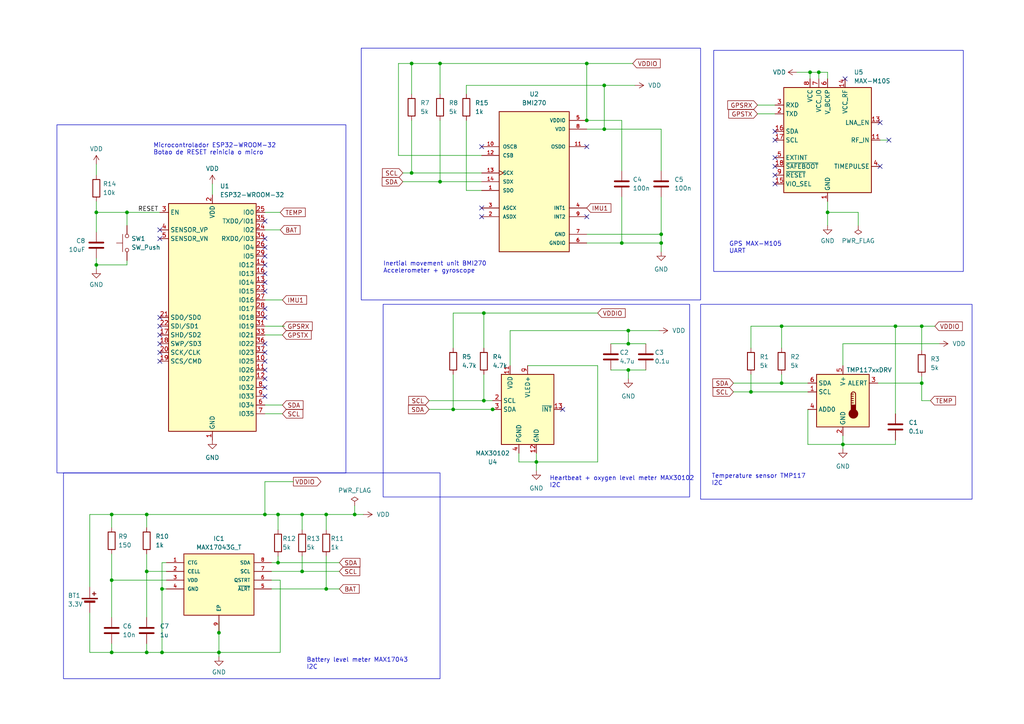
<source format=kicad_sch>
(kicad_sch (version 20230121) (generator eeschema)
  (paper "A4")
  (title_block (title "AUssistente - Projeto Final EA075-2023.2") (date "2023-12-04") (rev "1") (company "FEEC - Unicamp") (comment 1 "Vinicius Peixoto (245294)") (comment 2 "Betania Rodrigues (167508)"))
  (lib_symbols
    (symbol "BMI270:BMI270" (pin_names (offset 1.016))
      (property "Reference" "U" (at -10.16 21.082 0))
      (property "Value" "BMI270" (at -10.16 -22.86 0))
      (symbol "BMI270_0_0"
        (rectangle (start -10.16 -20.32) (end 10.16 20.32) (stroke (width 0.254)) (fill (type background)))
        (pin bidirectional line (at -15.24 -2.54 0) (length 5.08) (name "SDO") (number "1"))
        (pin input line (at -15.24 10.16 0) (length 5.08) (name "OSCB") (number "10"))
        (pin output line (at 15.24 10.16 180) (length 5.08) (name "OSDO") (number "11"))
        (pin input line (at -15.24 7.62 0) (length 5.08) (name "CSB") (number "12"))
        (pin input clock (at -15.24 2.54 0) (length 5.08) (name "SCX") (number "13"))
        (pin bidirectional line (at -15.24 0 0) (length 5.08) (name "SDX") (number "14"))
        (pin bidirectional line (at -15.24 -10.16 0) (length 5.08) (name "ASDX") (number "2"))
        (pin bidirectional line (at -15.24 -7.62 0) (length 5.08) (name "ASCX") (number "3"))
        (pin bidirectional line (at 15.24 -7.62 180) (length 5.08) (name "INT1") (number "4"))
        (pin power_in line (at 15.24 17.78 180) (length 5.08) (name "VDDIO") (number "5"))
        (pin power_in line (at 15.24 -17.78 180) (length 5.08) (name "GNDIO") (number "6"))
        (pin power_in line (at 15.24 -15.24 180) (length 5.08) (name "GND") (number "7"))
        (pin power_in line (at 15.24 15.24 180) (length 5.08) (name "VDD") (number "8"))
        (pin bidirectional line (at 15.24 -10.16 180) (length 5.08) (name "INT2") (number "9"))
      )
    )
    (symbol "Device:Battery_Cell" (pin_numbers hide) (pin_names (offset 0) hide)
      (property "Reference" "BT" (at 2.54 2.54 0))
      (property "Value" "Battery_Cell" (at 2.54 0 0))
      (symbol "Battery_Cell_0_1"
        (rectangle (start -2.286 1.778) (end 2.286 1.524) (fill (type outline)))
        (rectangle (start -1.524 1.016) (end 1.524 0.508) (fill (type outline)))
        (polyline (pts (xy 0 0.762) (xy 0 0)))
        (polyline (pts (xy 0 1.778) (xy 0 2.54)))
        (polyline (pts (xy 0.762 3.048) (xy 1.778 3.048)) (stroke (width 0.254)))
        (polyline (pts (xy 1.27 3.556) (xy 1.27 2.54)) (stroke (width 0.254)))
      )
      (symbol "Battery_Cell_1_1"
        (pin passive line (at 0 5.08 270) (length 2.54) (name "+") (number "1"))
        (pin passive line (at 0 -2.54 90) (length 2.54) (name "-") (number "2"))
      )
    )
    (symbol "Device:C" (pin_numbers hide) (pin_names (offset 0.254))
      (property "Reference" "C" (at 0.635 2.54 0))
      (property "Value" "C" (at 0.635 -2.54 0))
      (symbol "C_0_1"
        (polyline (pts (xy -2.032 -0.762) (xy 2.032 -0.762)) (stroke (width 0.508)))
        (polyline (pts (xy -2.032 0.762) (xy 2.032 0.762)) (stroke (width 0.508)))
      )
      (symbol "C_1_1"
        (pin passive line (at 0 3.81 270) (length 2.794) (name "~") (number "1"))
        (pin passive line (at 0 -3.81 90) (length 2.794) (name "~") (number "2"))
      )
    )
    (symbol "Device:R" (pin_numbers hide) (pin_names (offset 0))
      (property "Reference" "R" (at 2.032 0 90))
      (property "Value" "R" (at 0 0 90))
      (symbol "R_0_1"
        (rectangle (start -1.016 -2.54) (end 1.016 2.54) (stroke (width 0.254)))
      )
      (symbol "R_1_1"
        (pin passive line (at 0 3.81 270) (length 1.27) (name "~") (number "1"))
        (pin passive line (at 0 -3.81 90) (length 1.27) (name "~") (number "2"))
      )
    )
    (symbol "MAX17043G_T:MAX17043G_T" (pin_names (offset 1.016))
      (property "Reference" "IC" (at 26.67 7.62 0))
      (property "Value" "MAX17043G_T" (at 26.67 5.08 0))
      (symbol "MAX17043G_T_0_0"
        (rectangle (start 5.08 -15.24) (end 25.4 2.54) (stroke (width 0.254)) (fill (type background)))
        (pin bidirectional line (at 0 0 0) (length 5.08) (name "CTG") (number "1"))
        (pin bidirectional line (at 0 -2.54 0) (length 5.08) (name "CELL") (number "2"))
        (pin bidirectional line (at 0 -5.08 0) (length 5.08) (name "VDD") (number "3"))
        (pin bidirectional line (at 0 -7.62 0) (length 5.08) (name "GND") (number "4"))
        (pin bidirectional line (at 30.48 -7.62 180) (length 5.08) (name "~{ALRT}") (number "5"))
        (pin bidirectional line (at 30.48 -5.08 180) (length 5.08) (name "QSTRT") (number "6"))
        (pin bidirectional line (at 30.48 -2.54 180) (length 5.08) (name "SCL") (number "7"))
        (pin bidirectional line (at 30.48 0 180) (length 5.08) (name "SDA") (number "8"))
        (pin bidirectional line (at 15.24 -20.32 90) (length 5.08) (name "EP") (number "9"))
      )
    )
    (symbol "RF_GPS:MAX-M10S"
      (property "Reference" "U" (at -10.16 16.51 0))
      (property "Value" "MAX-M10S" (at 11.43 16.51 0))
      (symbol "MAX-M10S_0_1"
        (rectangle (start 12.7 15.24) (end -12.7 -15.24) (stroke (width 0.254)) (fill (type background)))
      )
      (symbol "MAX-M10S_1_1"
        (pin power_in line (at 0 -17.78 90) (length 2.54) (name "GND") (number "1"))
        (pin passive line (at 0 -17.78 90) (length 2.54) hide (name "GND") (number "10"))
        (pin input line (at 15.24 0 180) (length 2.54) (name "RF_IN") (number "11"))
        (pin passive line (at 0 -17.78 90) (length 2.54) hide (name "GND") (number "12"))
        (pin output line (at 15.24 5.08 180) (length 2.54) (name "LNA_EN") (number "13"))
        (pin power_out line (at 5.08 17.78 270) (length 2.54) (name "VCC_RF") (number "14"))
        (pin input line (at -15.24 -12.7 0) (length 2.54) (name "VIO_SEL") (number "15"))
        (pin bidirectional line (at -15.24 2.54 0) (length 2.54) (name "SDA") (number "16"))
        (pin input line (at -15.24 0 0) (length 2.54) (name "SCL") (number "17"))
        (pin input line (at -15.24 -7.62 0) (length 2.54) (name "~{SAFEBOOT}") (number "18"))
        (pin output line (at -15.24 7.62 0) (length 2.54) (name "TXD") (number "2"))
        (pin input line (at -15.24 10.16 0) (length 2.54) (name "RXD") (number "3"))
        (pin output line (at 15.24 -7.62 180) (length 2.54) (name "TIMEPULSE") (number "4"))
        (pin input line (at -15.24 -5.08 0) (length 2.54) (name "EXTINT") (number "5"))
        (pin power_in line (at 0 17.78 270) (length 2.54) (name "V_BCKP") (number "6"))
        (pin power_in line (at -2.54 17.78 270) (length 2.54) (name "VCC_IO") (number "7"))
        (pin power_in line (at -5.08 17.78 270) (length 2.54) (name "VCC") (number "8"))
        (pin input line (at -15.24 -10.16 0) (length 2.54) (name "~{RESET}") (number "9"))
      )
    )
    (symbol "RF_Module:ESP32-WROOM-32"
      (property "Reference" "U" (at -12.7 34.29 0))
      (property "Value" "ESP32-WROOM-32" (at 1.27 34.29 0))
      (symbol "ESP32-WROOM-32_0_1"
        (rectangle (start -12.7 33.02) (end 12.7 -33.02) (stroke (width 0.254)) (fill (type background)))
      )
      (symbol "ESP32-WROOM-32_1_1"
        (pin power_in line (at 0 -35.56 90) (length 2.54) (name "GND") (number "1"))
        (pin bidirectional line (at 15.24 -12.7 180) (length 2.54) (name "IO25") (number "10"))
        (pin bidirectional line (at 15.24 -15.24 180) (length 2.54) (name "IO26") (number "11"))
        (pin bidirectional line (at 15.24 -17.78 180) (length 2.54) (name "IO27") (number "12"))
        (pin bidirectional line (at 15.24 10.16 180) (length 2.54) (name "IO14") (number "13"))
        (pin bidirectional line (at 15.24 15.24 180) (length 2.54) (name "IO12") (number "14"))
        (pin passive line (at 0 -35.56 90) (length 2.54) hide (name "GND") (number "15"))
        (pin bidirectional line (at 15.24 12.7 180) (length 2.54) (name "IO13") (number "16"))
        (pin bidirectional line (at -15.24 -5.08 0) (length 2.54) (name "SHD/SD2") (number "17"))
        (pin bidirectional line (at -15.24 -7.62 0) (length 2.54) (name "SWP/SD3") (number "18"))
        (pin bidirectional line (at -15.24 -12.7 0) (length 2.54) (name "SCS/CMD") (number "19"))
        (pin power_in line (at 0 35.56 270) (length 2.54) (name "VDD") (number "2"))
        (pin bidirectional line (at -15.24 -10.16 0) (length 2.54) (name "SCK/CLK") (number "20"))
        (pin bidirectional line (at -15.24 0 0) (length 2.54) (name "SDO/SD0") (number "21"))
        (pin bidirectional line (at -15.24 -2.54 0) (length 2.54) (name "SDI/SD1") (number "22"))
        (pin bidirectional line (at 15.24 7.62 180) (length 2.54) (name "IO15") (number "23"))
        (pin bidirectional line (at 15.24 25.4 180) (length 2.54) (name "IO2") (number "24"))
        (pin bidirectional line (at 15.24 30.48 180) (length 2.54) (name "IO0") (number "25"))
        (pin bidirectional line (at 15.24 20.32 180) (length 2.54) (name "IO4") (number "26"))
        (pin bidirectional line (at 15.24 5.08 180) (length 2.54) (name "IO16") (number "27"))
        (pin bidirectional line (at 15.24 2.54 180) (length 2.54) (name "IO17") (number "28"))
        (pin bidirectional line (at 15.24 17.78 180) (length 2.54) (name "IO5") (number "29"))
        (pin input line (at -15.24 30.48 0) (length 2.54) (name "EN") (number "3"))
        (pin bidirectional line (at 15.24 0 180) (length 2.54) (name "IO18") (number "30"))
        (pin bidirectional line (at 15.24 -2.54 180) (length 2.54) (name "IO19") (number "31"))
        (pin no_connect line (at -12.7 -27.94 0) (length 2.54) hide (name "NC") (number "32"))
        (pin bidirectional line (at 15.24 -5.08 180) (length 2.54) (name "IO21") (number "33"))
        (pin bidirectional line (at 15.24 22.86 180) (length 2.54) (name "RXD0/IO3") (number "34"))
        (pin bidirectional line (at 15.24 27.94 180) (length 2.54) (name "TXD0/IO1") (number "35"))
        (pin bidirectional line (at 15.24 -7.62 180) (length 2.54) (name "IO22") (number "36"))
        (pin bidirectional line (at 15.24 -10.16 180) (length 2.54) (name "IO23") (number "37"))
        (pin passive line (at 0 -35.56 90) (length 2.54) hide (name "GND") (number "38"))
        (pin passive line (at 0 -35.56 90) (length 2.54) hide (name "GND") (number "39"))
        (pin input line (at -15.24 25.4 0) (length 2.54) (name "SENSOR_VP") (number "4"))
        (pin input line (at -15.24 22.86 0) (length 2.54) (name "SENSOR_VN") (number "5"))
        (pin input line (at 15.24 -25.4 180) (length 2.54) (name "IO34") (number "6"))
        (pin input line (at 15.24 -27.94 180) (length 2.54) (name "IO35") (number "7"))
        (pin bidirectional line (at 15.24 -20.32 180) (length 2.54) (name "IO32") (number "8"))
        (pin bidirectional line (at 15.24 -22.86 180) (length 2.54) (name "IO33") (number "9"))
      )
    )
    (symbol "Sensor:MAX30102"
      (property "Reference" "U" (at 7.62 15.24 0))
      (property "Value" "MAX30102" (at 7.62 12.7 0))
      (symbol "MAX30102_0_1"
        (rectangle (start -7.62 10.16) (end 7.62 -10.16) (stroke (width 0.254)) (fill (type background)))
      )
      (symbol "MAX30102_1_1"
        (pin no_connect line (at -7.62 5.08 0) (length 2.54) hide (name "NC") (number "1"))
        (pin passive line (at 0 12.7 270) (length 2.54) hide (name "VLED+") (number "10"))
        (pin power_in line (at -5.08 12.7 270) (length 2.54) (name "VDD") (number "11"))
        (pin power_in line (at 2.54 -12.7 90) (length 2.54) (name "GND") (number "12"))
        (pin output line (at 10.16 0 180) (length 2.54) (name "~{INT}") (number "13"))
        (pin no_connect line (at 7.62 2.54 180) (length 2.54) hide (name "NC") (number "14"))
        (pin input line (at -10.16 2.54 0) (length 2.54) (name "SCL") (number "2"))
        (pin bidirectional line (at -10.16 0 0) (length 2.54) (name "SDA") (number "3"))
        (pin power_in line (at -2.54 -12.7 90) (length 2.54) (name "PGND") (number "4"))
        (pin no_connect line (at 7.62 -7.62 180) (length 2.54) hide (name "NC") (number "5"))
        (pin no_connect line (at 7.62 -5.08 180) (length 2.54) hide (name "NC") (number "6"))
        (pin no_connect line (at -7.62 -2.54 0) (length 2.54) hide (name "NC") (number "7"))
        (pin no_connect line (at 7.62 5.08 180) (length 2.54) hide (name "NC") (number "8"))
        (pin power_in line (at 0 12.7 270) (length 2.54) (name "VLED+") (number "9"))
      )
    )
    (symbol "Sensor_Temperature:TMP117xxDRV"
      (property "Reference" "U" (at -2.54 10.795 0))
      (property "Value" "TMP117xxDRV" (at -2.54 8.89 0))
      (symbol "TMP117xxDRV_0_1"
        (rectangle (start -7.62 7.62) (end 7.62 -7.62) (stroke (width 0.254)) (fill (type background)))
      )
      (symbol "TMP117xxDRV_1_1"
        (polyline (pts (xy 2.413 -0.635) (xy 3.048 -0.635)) (stroke (width 0.254)))
        (polyline (pts (xy 2.413 0) (xy 3.048 0)) (stroke (width 0.254)))
        (polyline (pts (xy 2.413 0.635) (xy 3.048 0.635)) (stroke (width 0.254)))
        (polyline (pts (xy 2.413 1.27) (xy 3.048 1.27)) (stroke (width 0.254)))
        (polyline (pts (xy 2.413 1.905) (xy 2.413 -1.27)) (stroke (width 0.254)))
        (polyline (pts (xy 2.413 1.905) (xy 3.048 1.905)) (stroke (width 0.254)))
        (polyline (pts (xy 3.683 1.905) (xy 3.683 -1.27)) (stroke (width 0.254)))
        (circle (center 3.048 -3.81) (radius 1.27) (stroke (width 0.254)) (fill (type outline)))
        (rectangle (start 3.683 -3.175) (end 2.413 -1.27) (stroke (width 0.254)) (fill (type outline)))
        (arc (start 3.683 1.905) (mid 3.048 2.5373) (end 2.413 1.905) (stroke (width 0.254)))
        (pin input line (at -10.16 2.54 0) (length 2.54) (name "SCL") (number "1"))
        (pin power_in line (at 0 -10.16 90) (length 2.54) (name "GND") (number "2"))
        (pin open_collector line (at 10.16 5.08 180) (length 2.54) (name "ALERT") (number "3"))
        (pin input line (at -10.16 -2.54 0) (length 2.54) (name "ADD0") (number "4"))
        (pin power_in line (at 0 10.16 270) (length 2.54) (name "V+") (number "5"))
        (pin bidirectional line (at -10.16 5.08 0) (length 2.54) (name "SDA") (number "6"))
      )
    )
    (symbol "Switch:SW_Push" (pin_numbers hide) (pin_names (offset 1.016) hide)
      (property "Reference" "SW" (at 1.27 2.54 0))
      (property "Value" "SW_Push" (at 0 -1.524 0))
      (symbol "SW_Push_0_1"
        (circle (center -2.032 0) (radius 0.508))
        (polyline (pts (xy 0 1.27) (xy 0 3.048)))
        (polyline (pts (xy 2.54 1.27) (xy -2.54 1.27)))
        (circle (center 2.032 0) (radius 0.508))
        (pin passive line (at -5.08 0 0) (length 2.54) (name "1") (number "1"))
        (pin passive line (at 5.08 0 180) (length 2.54) (name "2") (number "2"))
      )
    )
    (symbol "power:GND" (power) (pin_names (offset 0))
      (property "Value" "GND" (at 0 -3.81 0))
      (symbol "GND_0_1"
        (polyline (pts (xy 0 0) (xy 0 -1.27) (xy 1.27 -1.27) (xy 0 -2.54) (xy -1.27 -1.27) (xy 0 -1.27)))
      )
      (symbol "GND_1_1"
        (pin power_in line (at 0 0 270) (length 0) hide (name "GND") (number "1"))
      )
    )
    (symbol "power:PWR_FLAG" (power) (pin_numbers hide) (pin_names (offset 0) hide)
      (property "Value" "PWR_FLAG" (at 0 3.81 0))
      (symbol "PWR_FLAG_0_0"
        (pin power_out line (at 0 0 90) (length 0) (name "pwr") (number "1"))
      )
      (symbol "PWR_FLAG_0_1"
        (polyline (pts (xy 0 0) (xy 0 1.27) (xy -1.016 1.905) (xy 0 2.54) (xy 1.016 1.905) (xy 0 1.27)))
      )
    )
    (symbol "power:VDD" (power) (pin_names (offset 0))
      (property "Value" "VDD" (at 0 3.81 0))
      (symbol "VDD_0_1"
        (polyline (pts (xy -0.762 1.27) (xy 0 2.54)))
        (polyline (pts (xy 0 0) (xy 0 2.54)))
        (polyline (pts (xy 0 2.54) (xy 0.762 1.27)))
      )
      (symbol "VDD_1_1"
        (pin power_in line (at 0 0 90) (length 0) hide (name "VDD") (number "1"))
      )
    )
  )
  (junction (at 155.575 133.985))
  (junction (at 234.95 20.955))
  (junction (at 175.26 37.465))
  (junction (at 180.34 70.485))
  (junction (at 46.99 170.815))
  (junction (at 63.5 183.515))
  (junction (at 259.715 94.615))
  (junction (at 244.475 128.905))
  (junction (at 240.03 61.595))
  (junction (at 191.77 67.945))
  (junction (at 217.805 113.665))
  (junction (at 140.335 116.205))
  (junction (at 63.5 189.23))
  (junction (at 87.63 165.735))
  (junction (at 127.635 52.705))
  (junction (at 94.615 170.815))
  (junction (at 27.94 76.835))
  (junction (at 32.385 189.23))
  (junction (at 175.26 24.765))
  (junction (at 127.635 18.415))
  (junction (at 131.445 118.745))
  (junction (at 36.83 61.595))
  (junction (at 46.99 189.23))
  (junction (at 42.545 149.225))
  (junction (at 237.49 20.955))
  (junction (at 182.245 107.315))
  (junction (at 267.335 94.615))
  (junction (at 191.77 70.485))
  (junction (at 32.385 149.225))
  (junction (at 94.615 149.225))
  (junction (at 170.18 34.925))
  (junction (at 32.385 168.275))
  (junction (at 119.38 50.165))
  (junction (at 80.645 149.225))
  (junction (at 27.94 61.595))
  (junction (at 267.335 111.125))
  (junction (at 42.545 189.23))
  (junction (at 42.545 165.735))
  (junction (at 87.63 149.225))
  (junction (at 226.695 94.615))
  (junction (at 102.87 149.225))
  (junction (at 182.245 99.695))
  (junction (at 142.875 118.745))
  (junction (at 170.18 18.415))
  (junction (at 182.245 95.885))
  (junction (at 140.335 90.805))
  (junction (at 76.835 149.225))
  (junction (at 119.38 18.415))
  (junction (at 80.645 163.195))
  (junction (at 226.695 111.125))
  (no_connect (at 76.835 92.075))
  (no_connect (at 76.835 107.315))
  (no_connect (at 76.835 64.135))
  (no_connect (at 224.79 50.8))
  (no_connect (at 46.355 92.075))
  (no_connect (at 245.11 22.86))
  (no_connect (at 76.835 99.695))
  (no_connect (at 139.7 42.545))
  (no_connect (at 170.18 62.865))
  (no_connect (at 76.835 112.395))
  (no_connect (at 46.355 94.615))
  (no_connect (at 76.835 81.915))
  (no_connect (at 46.355 69.215))
  (no_connect (at 255.27 35.56))
  (no_connect (at 76.835 114.935))
  (no_connect (at 76.835 89.535))
  (no_connect (at 139.7 62.865))
  (no_connect (at 224.79 45.72))
  (no_connect (at 46.355 99.695))
  (no_connect (at 170.18 42.545))
  (no_connect (at 76.835 71.755))
  (no_connect (at 76.835 79.375))
  (no_connect (at 163.195 118.745))
  (no_connect (at 224.79 40.64))
  (no_connect (at 257.81 40.64))
  (no_connect (at 46.355 104.775))
  (no_connect (at 76.835 76.835))
  (no_connect (at 139.7 60.325))
  (no_connect (at 76.835 84.455))
  (no_connect (at 76.835 69.215))
  (no_connect (at 224.79 53.34))
  (no_connect (at 46.355 97.155))
  (no_connect (at 255.27 48.26))
  (no_connect (at 76.835 104.775))
  (no_connect (at 46.355 66.675))
  (no_connect (at 224.79 38.1))
  (no_connect (at 76.835 74.295))
  (no_connect (at 224.79 48.26))
  (no_connect (at 46.355 102.235))
  (no_connect (at 76.835 109.855))
  (no_connect (at 76.835 102.235))
  (wire (pts (xy 212.725 113.665) (xy 217.805 113.665)))
  (wire (pts (xy 170.18 37.465) (xy 175.26 37.465)))
  (wire (pts (xy 42.545 160.655) (xy 42.545 165.735)))
  (wire (pts (xy 259.715 127.635) (xy 259.715 128.905)))
  (wire (pts (xy 127.635 18.415) (xy 127.635 27.305)))
  (wire (pts (xy 115.57 45.085) (xy 115.57 18.415)))
  (wire (pts (xy 175.26 24.765) (xy 135.255 24.765)))
  (wire (pts (xy 124.46 118.745) (xy 131.445 118.745)))
  (wire (pts (xy 80.645 149.225) (xy 80.645 153.67)))
  (wire (pts (xy 78.74 168.275) (xy 81.28 168.275)))
  (wire (pts (xy 175.26 37.465) (xy 191.77 37.465)))
  (wire (pts (xy 217.805 108.585) (xy 217.805 113.665)))
  (wire (pts (xy 191.77 57.15) (xy 191.77 67.945)))
  (wire (pts (xy 135.255 34.925) (xy 135.255 55.245)))
  (wire (pts (xy 135.255 24.765) (xy 135.255 27.305)))
  (wire (pts (xy 94.615 149.225) (xy 102.87 149.225)))
  (wire (pts (xy 48.26 163.195) (xy 46.99 163.195)))
  (wire (pts (xy 27.94 47.625) (xy 27.94 50.8)))
  (wire (pts (xy 182.245 99.695) (xy 187.325 99.695)))
  (wire (pts (xy 76.835 94.615) (xy 82.55 94.615)))
  (wire (pts (xy 76.835 120.015) (xy 81.915 120.015)))
  (wire (pts (xy 170.18 18.415) (xy 183.515 18.415)))
  (wire (pts (xy 78.74 165.735) (xy 87.63 165.735)))
  (wire (pts (xy 27.94 74.93) (xy 27.94 76.835)))
  (wire (pts (xy 170.18 70.485) (xy 180.34 70.485)))
  (wire (pts (xy 237.49 20.955) (xy 237.49 22.86)))
  (wire (pts (xy 32.385 168.275) (xy 32.385 179.07)))
  (wire (pts (xy 36.83 61.595) (xy 36.83 65.405)))
  (wire (pts (xy 219.71 30.48) (xy 224.79 30.48)))
  (wire (pts (xy 259.715 94.615) (xy 259.715 120.015)))
  (wire (pts (xy 127.635 18.415) (xy 170.18 18.415)))
  (wire (pts (xy 182.245 95.885) (xy 147.955 95.885)))
  (wire (pts (xy 87.63 149.225) (xy 87.63 153.67)))
  (wire (pts (xy 234.95 20.955) (xy 237.49 20.955)))
  (wire (pts (xy 248.92 61.595) (xy 248.92 65.405)))
  (wire (pts (xy 267.335 111.125) (xy 267.335 116.205)))
  (wire (pts (xy 131.445 90.805) (xy 140.335 90.805)))
  (wire (pts (xy 271.145 94.615) (xy 267.335 94.615)))
  (wire (pts (xy 76.835 117.475) (xy 81.915 117.475)))
  (wire (pts (xy 155.575 131.445) (xy 155.575 133.985)))
  (wire (pts (xy 131.445 108.585) (xy 131.445 118.745)))
  (wire (pts (xy 259.715 128.905) (xy 244.475 128.905)))
  (wire (pts (xy 27.94 61.595) (xy 36.83 61.595)))
  (wire (pts (xy 102.87 146.685) (xy 102.87 149.225)))
  (wire (pts (xy 153.035 106.045) (xy 173.355 106.045)))
  (wire (pts (xy 191.77 70.485) (xy 191.77 73.025)))
  (wire (pts (xy 76.835 61.595) (xy 81.28 61.595)))
  (wire (pts (xy 234.315 128.905) (xy 244.475 128.905)))
  (wire (pts (xy 212.725 111.125) (xy 226.695 111.125)))
  (wire (pts (xy 147.955 95.885) (xy 147.955 106.045)))
  (wire (pts (xy 226.695 111.125) (xy 234.315 111.125)))
  (wire (pts (xy 80.645 163.195) (xy 98.425 163.195)))
  (wire (pts (xy 61.595 53.34) (xy 61.595 56.515)))
  (wire (pts (xy 184.15 24.765) (xy 175.26 24.765)))
  (wire (pts (xy 36.83 75.565) (xy 36.83 76.835)))
  (wire (pts (xy 119.38 50.165) (xy 119.38 34.925)))
  (wire (pts (xy 226.695 94.615) (xy 226.695 100.965)))
  (wire (pts (xy 78.74 163.195) (xy 80.645 163.195)))
  (wire (pts (xy 182.245 107.315) (xy 187.325 107.315)))
  (wire (pts (xy 140.335 90.805) (xy 140.335 100.965)))
  (wire (pts (xy 48.26 168.275) (xy 32.385 168.275)))
  (wire (pts (xy 36.83 61.595) (xy 46.355 61.595)))
  (wire (pts (xy 36.83 76.835) (xy 27.94 76.835)))
  (wire (pts (xy 135.255 55.245) (xy 139.7 55.245)))
  (wire (pts (xy 81.28 168.275) (xy 81.28 189.23)))
  (wire (pts (xy 191.77 37.465) (xy 191.77 49.53)))
  (wire (pts (xy 177.165 107.315) (xy 182.245 107.315)))
  (wire (pts (xy 26.035 177.8) (xy 26.035 189.23)))
  (wire (pts (xy 231.14 20.955) (xy 234.95 20.955)))
  (wire (pts (xy 217.805 113.665) (xy 234.315 113.665)))
  (wire (pts (xy 240.03 22.86) (xy 240.03 20.955)))
  (wire (pts (xy 180.34 70.485) (xy 191.77 70.485)))
  (wire (pts (xy 131.445 90.805) (xy 131.445 100.965)))
  (wire (pts (xy 127.635 52.705) (xy 139.7 52.705)))
  (wire (pts (xy 32.385 149.225) (xy 42.545 149.225)))
  (wire (pts (xy 87.63 165.735) (xy 87.63 161.29)))
  (wire (pts (xy 226.695 108.585) (xy 226.695 111.125)))
  (wire (pts (xy 42.545 189.23) (xy 46.99 189.23)))
  (wire (pts (xy 170.18 34.925) (xy 180.34 34.925)))
  (wire (pts (xy 240.03 58.42) (xy 240.03 61.595)))
  (wire (pts (xy 76.835 149.225) (xy 80.645 149.225)))
  (wire (pts (xy 46.99 189.23) (xy 63.5 189.23)))
  (wire (pts (xy 240.03 20.955) (xy 237.49 20.955)))
  (wire (pts (xy 226.695 94.615) (xy 217.805 94.615)))
  (wire (pts (xy 48.26 165.735) (xy 42.545 165.735)))
  (wire (pts (xy 32.385 149.225) (xy 32.385 153.035)))
  (wire (pts (xy 180.34 34.925) (xy 180.34 49.53)))
  (wire (pts (xy 244.475 128.905) (xy 244.475 126.365)))
  (wire (pts (xy 170.18 67.945) (xy 191.77 67.945)))
  (wire (pts (xy 182.245 95.885) (xy 182.245 99.695)))
  (wire (pts (xy 119.38 18.415) (xy 119.38 27.305)))
  (wire (pts (xy 76.835 86.995) (xy 81.915 86.995)))
  (wire (pts (xy 27.94 76.835) (xy 27.94 78.105)))
  (wire (pts (xy 116.84 52.705) (xy 127.635 52.705)))
  (wire (pts (xy 140.335 90.805) (xy 173.355 90.805)))
  (wire (pts (xy 32.385 168.275) (xy 32.385 160.655)))
  (wire (pts (xy 115.57 18.415) (xy 119.38 18.415)))
  (wire (pts (xy 143.51 118.745) (xy 142.875 118.745)))
  (wire (pts (xy 46.99 163.195) (xy 46.99 170.815)))
  (wire (pts (xy 94.615 170.815) (xy 98.425 170.815)))
  (wire (pts (xy 26.035 189.23) (xy 32.385 189.23)))
  (wire (pts (xy 26.035 149.225) (xy 32.385 149.225)))
  (wire (pts (xy 102.87 149.225) (xy 105.41 149.225)))
  (wire (pts (xy 63.5 183.515) (xy 63.5 189.23)))
  (wire (pts (xy 226.695 94.615) (xy 259.715 94.615)))
  (wire (pts (xy 26.035 149.225) (xy 26.035 170.18)))
  (wire (pts (xy 76.835 66.675) (xy 81.28 66.675)))
  (wire (pts (xy 244.475 130.175) (xy 244.475 128.905)))
  (wire (pts (xy 177.165 99.695) (xy 182.245 99.695)))
  (wire (pts (xy 116.84 50.165) (xy 119.38 50.165)))
  (wire (pts (xy 80.645 149.225) (xy 87.63 149.225)))
  (wire (pts (xy 63.5 180.34) (xy 63.5 183.515)))
  (wire (pts (xy 46.99 170.815) (xy 46.99 189.23)))
  (wire (pts (xy 240.03 61.595) (xy 240.03 65.405)))
  (wire (pts (xy 219.71 33.02) (xy 224.79 33.02)))
  (wire (pts (xy 191.77 67.945) (xy 191.77 70.485)))
  (wire (pts (xy 140.335 116.205) (xy 142.875 116.205)))
  (wire (pts (xy 173.355 106.045) (xy 173.355 133.985)))
  (wire (pts (xy 234.95 20.955) (xy 234.95 22.86)))
  (wire (pts (xy 32.385 189.23) (xy 42.545 189.23)))
  (wire (pts (xy 124.46 116.205) (xy 140.335 116.205)))
  (wire (pts (xy 272.415 99.695) (xy 244.475 99.695)))
  (wire (pts (xy 78.74 170.815) (xy 94.615 170.815)))
  (wire (pts (xy 150.495 133.985) (xy 155.575 133.985)))
  (wire (pts (xy 119.38 50.165) (xy 139.7 50.165)))
  (wire (pts (xy 170.18 18.415) (xy 170.18 34.925)))
  (wire (pts (xy 155.575 133.985) (xy 155.575 136.525)))
  (wire (pts (xy 94.615 170.815) (xy 94.615 161.29)))
  (wire (pts (xy 94.615 149.225) (xy 94.615 153.67)))
  (wire (pts (xy 27.94 61.595) (xy 27.94 67.31)))
  (wire (pts (xy 80.645 163.195) (xy 80.645 161.29)))
  (wire (pts (xy 175.26 37.465) (xy 175.26 24.765)))
  (wire (pts (xy 27.94 58.42) (xy 27.94 61.595)))
  (wire (pts (xy 267.335 94.615) (xy 267.335 101.6)))
  (wire (pts (xy 42.545 149.225) (xy 76.835 149.225)))
  (wire (pts (xy 259.715 94.615) (xy 267.335 94.615)))
  (wire (pts (xy 140.335 108.585) (xy 140.335 116.205)))
  (wire (pts (xy 42.545 149.225) (xy 42.545 153.035)))
  (wire (pts (xy 76.835 139.7) (xy 76.835 149.225)))
  (wire (pts (xy 139.7 45.085) (xy 115.57 45.085)))
  (wire (pts (xy 234.315 118.745) (xy 234.315 128.905)))
  (wire (pts (xy 87.63 149.225) (xy 94.615 149.225)))
  (wire (pts (xy 42.545 186.69) (xy 42.545 189.23)))
  (wire (pts (xy 63.5 189.23) (xy 81.28 189.23)))
  (wire (pts (xy 182.245 95.885) (xy 191.135 95.885)))
  (wire (pts (xy 150.495 131.445) (xy 150.495 133.985)))
  (wire (pts (xy 63.5 190.5) (xy 63.5 189.23)))
  (wire (pts (xy 76.835 97.155) (xy 81.915 97.155)))
  (wire (pts (xy 85.09 139.7) (xy 76.835 139.7)))
  (wire (pts (xy 255.27 40.64) (xy 257.81 40.64)))
  (wire (pts (xy 267.335 116.205) (xy 269.875 116.205)))
  (wire (pts (xy 244.475 99.695) (xy 244.475 106.045)))
  (wire (pts (xy 42.545 165.735) (xy 42.545 179.07)))
  (wire (pts (xy 267.335 109.22) (xy 267.335 111.125)))
  (wire (pts (xy 217.805 94.615) (xy 217.805 100.965)))
  (wire (pts (xy 127.635 34.925) (xy 127.635 52.705)))
  (wire (pts (xy 46.99 170.815) (xy 48.26 170.815)))
  (wire (pts (xy 32.385 186.69) (xy 32.385 189.23)))
  (wire (pts (xy 248.92 61.595) (xy 240.03 61.595)))
  (wire (pts (xy 182.245 107.315) (xy 182.245 109.855)))
  (wire (pts (xy 119.38 18.415) (xy 127.635 18.415)))
  (wire (pts (xy 173.355 133.985) (xy 155.575 133.985)))
  (wire (pts (xy 87.63 165.735) (xy 98.425 165.735)))
  (wire (pts (xy 142.875 118.745) (xy 131.445 118.745)))
  (wire (pts (xy 180.34 57.15) (xy 180.34 70.485)))
  (wire (pts (xy 254.635 111.125) (xy 267.335 111.125)))
  (rectangle (start 104.775 13.97) (end 203.2 86.995))
  (rectangle (start 207.01 14.605) (end 279.4 78.74))
  (rectangle (start 203.2 88.265) (end 281.94 144.78))
  (rectangle (start 16.51 36.195) (end 100.33 137.16))
  (rectangle (start 111.125 88.265) (end 200.025 144.145))
  (rectangle (start 18.415 137.16) (end 127.635 196.85))
  (text "Microcontrolador ESP32-WROOM-32\nBotao de RESET reinicia o micro" (at 44.45 45.085 0) (effects (font (size 1.27 1.27)) (justify left bottom)))
  (text "Battery level meter MAX17043\nI2C" (at 88.9 194.31 0) (effects (font (size 1.27 1.27)) (justify left bottom)))
  (text "Heartbeat + oxygen level meter MAX30102\nI2C" (at 159.385 141.605 0) (effects (font (size 1.27 1.27)) (justify left bottom)))
  (text "GPS MAX-M105\nUART" (at 211.455 73.66 0) (effects (font (size 1.27 1.27)) (justify left bottom)))
  (text "Temperature sensor TMP117\nI2C" (at 206.375 140.97 0) (effects (font (size 1.27 1.27)) (justify left bottom)))
  (text "Inertial movement unit BMI270\nAccelerometer + gyroscope" (at 111.125 79.375 0) (effects (font (size 1.27 1.27)) (justify left bottom)))
  (label "RESET" (at 40.005 61.595 0))
  (global_label "VDDIO" (shape input) (at 271.145 94.615 0) (property "Intersheetrefs" "${INTERSHEET_REFS}" (effects hide)))
  (global_label "VDDIO" (shape input) (at 173.355 90.805 0) (property "Intersheetrefs" "${INTERSHEET_REFS}" (effects hide)))
  (global_label "GPSRX" (shape input) (at 219.71 30.48 180) (property "Intersheetrefs" "${INTERSHEET_REFS}" (effects hide)))
  (global_label "IMU1" (shape input) (at 170.18 60.325 0) (property "Intersheetrefs" "${INTERSHEET_REFS}" (effects hide)))
  (global_label "SDA" (shape input) (at 124.46 118.745 180) (property "Intersheetrefs" "${INTERSHEET_REFS}" (effects hide)))
  (global_label "VDDIO" (shape input) (at 183.515 18.415 0) (property "Intersheetrefs" "${INTERSHEET_REFS}" (effects hide)))
  (global_label "SCL" (shape input) (at 212.725 113.665 180) (property "Intersheetrefs" "${INTERSHEET_REFS}" (effects hide)))
  (global_label "SDA" (shape input) (at 212.725 111.125 180) (property "Intersheetrefs" "${INTERSHEET_REFS}" (effects hide)))
  (global_label "BAT" (shape input) (at 98.425 170.815 0) (property "Intersheetrefs" "${INTERSHEET_REFS}" (effects hide)))
  (global_label "SCL" (shape input) (at 116.84 50.165 180) (property "Intersheetrefs" "${INTERSHEET_REFS}" (effects hide)))
  (global_label "IMU1" (shape input) (at 81.915 86.995 0) (property "Intersheetrefs" "${INTERSHEET_REFS}" (effects hide)))
  (global_label "SCL" (shape input) (at 81.915 120.015 0) (property "Intersheetrefs" "${INTERSHEET_REFS}" (effects hide)))
  (global_label "TEMP" (shape input) (at 81.28 61.595 0) (property "Intersheetrefs" "${INTERSHEET_REFS}" (effects hide)))
  (global_label "GPSTX" (shape input) (at 81.915 97.155 0) (property "Intersheetrefs" "${INTERSHEET_REFS}" (effects hide)))
  (global_label "GPSTX" (shape input) (at 219.71 33.02 180) (property "Intersheetrefs" "${INTERSHEET_REFS}" (effects hide)))
  (global_label "GPSRX" (shape input) (at 81.915 94.615 0) (property "Intersheetrefs" "${INTERSHEET_REFS}" (effects hide)))
  (global_label "SDA" (shape input) (at 116.84 52.705 180) (property "Intersheetrefs" "${INTERSHEET_REFS}" (effects hide)))
  (global_label "SDA" (shape input) (at 81.915 117.475 0) (property "Intersheetrefs" "${INTERSHEET_REFS}" (effects hide)))
  (global_label "SDA" (shape input) (at 98.425 163.195 0) (property "Intersheetrefs" "${INTERSHEET_REFS}" (effects hide)))
  (global_label "TEMP" (shape input) (at 269.875 116.205 0) (property "Intersheetrefs" "${INTERSHEET_REFS}" (effects hide)))
  (global_label "SCL" (shape input) (at 98.425 165.735 0) (property "Intersheetrefs" "${INTERSHEET_REFS}" (effects hide)))
  (global_label "VDDIO" (shape output) (at 85.09 139.7 0) (property "Intersheetrefs" "${INTERSHEET_REFS}" (effects hide)))
  (global_label "SCL" (shape input) (at 124.46 116.205 180) (property "Intersheetrefs" "${INTERSHEET_REFS}" (effects hide)))
  (global_label "BAT" (shape input) (at 81.28 66.675 0) (property "Intersheetrefs" "${INTERSHEET_REFS}" (effects hide)))
  (symbol (lib_id "Device:R") (at 42.545 156.845 0) (unit 1)
    (property "Reference" "R10" (at 45.085 155.575 0) (effects (justify left)))
    (property "Value" "1k" (at 45.085 158.115 0) (effects (justify left)))
    (property "Footprint" "Resistor_SMD:R_0201_0603Metric" (effects hide))
  )
  (symbol (lib_id "Device:C") (at 187.325 103.505 0) (unit 1)
    (property "Reference" "C3" (at 189.865 102.235 0) (effects (justify left)))
    (property "Value" "0.1u" (at 189.865 104.775 0) (effects (justify left)))
    (property "Footprint" "Capacitor_SMD:C_0402_1005Metric" (effects hide))
  )
  (symbol (lib_id "BMI270:BMI270") (at 154.94 52.705 0) (unit 1)
    (property "Reference" "U2" (at 154.94 27.305 0))
    (property "Value" "BMI270" (at 154.94 29.845 0))
    (property "Footprint" "AUssistente:XDCR_BMI270" (effects hide))
    (property "PATREV" "1.0" (effects hide))
    (property "MF" "Bosch Sensortec" (effects hide))
    (property "MAXIMUM_PACKAGE_HEIGHT" "0.87mm" (effects hide))
    (property "Package" "LGA-14 Bosch Sensortec" (effects hide))
    (property "Price" "None" (effects hide))
    (property "Check_prices" "https://www.snapeda.com/parts/BMI270/Bosch+Sensortec/view-part/?ref=eda" (effects hide))
    (property "STANDARD" "Manufacturer Recommendations" (effects hide))
    (property "SnapEDA_Link" "https://www.snapeda.com/parts/BMI270/Bosch+Sensortec/view-part/?ref=snap" (effects hide))
    (property "MP" "BMI270" (effects hide))
    (property "Purchase-URL" "https://www.snapeda.com/api/url_track_click_mouser/?unipart_id=3595167&manufacturer=Bosch Sensortec&part_name=BMI270&search_term=None" (effects hide))
    (property "Description" "\nAccelerometer, Gyroscope, 6 Axis Sensor I²C, SPI Output\n" (effects hide))
    (property "Availability" "In Stock" (effects hide))
    (property "MANUFACTURER" "Bosch Sensortec" (effects hide))
  )
  (symbol (lib_id "power:PWR_FLAG") (at 248.92 65.405 180) (unit 1)
    (property "Reference" "#FLG02" (effects hide))
    (property "Value" "PWR_FLAG" (at 248.92 69.85 0))
  )
  (symbol (lib_id "power:VDD") (at 105.41 149.225 270) (unit 1)
    (property "Reference" "#PWR012" (effects hide))
    (property "Value" "VDD" (at 109.22 149.225 90) (effects (justify left)))
  )
  (symbol (lib_id "Device:R") (at 127.635 31.115 0) (unit 1)
    (property "Reference" "R8" (at 130.175 29.845 0) (effects (justify left)))
    (property "Value" "5k" (at 130.175 32.385 0) (effects (justify left)))
    (property "Footprint" "Resistor_SMD:R_0201_0603Metric" (effects hide))
  )
  (symbol (lib_id "power:GND") (at 244.475 130.175 0) (unit 1)
    (property "Reference" "#PWR02" (effects hide))
    (property "Value" "GND" (at 244.475 135.255 0))
  )
  (symbol (lib_id "MAX17043G_T:MAX17043G_T") (at 48.26 163.195 0) (unit 1)
    (property "Reference" "IC1" (at 63.5 156.21 0))
    (property "Value" "MAX17043G_T" (at 63.5 158.75 0))
    (property "Footprint" "AUssistente:SON50P300X200X80-9N" (effects hide))
    (property "DigiKey_Part_Number" "175-MAX17043G+TTR-ND" (effects hide))
    (property "MANUFACTURER_NAME" "Maxim Integrated" (effects hide))
    (property "MF" "Analog Devices" (effects hide))
    (property "MOUSER_PRICE-STOCK" "https://www.mouser.co.uk/ProductDetail/Maxim-Integrated/MAX17043G%2bT?qs=fnYUjNMxfVCghHGFBrnbRA%3D%3D" (effects hide))
    (property "DESCRIPTION" "Compact, Low-Cost 1S/2S Fuel Gauges with Low-Battery Alert" (effects hide))
    (property "MOUSER_PART_NUMBER" "700-MAX17043G+T" (effects hide))
    (property "Package" "TDFN-8 Maxim" (effects hide))
    (property "Check_prices" "https://www.snapeda.com/parts/MAX17043G+T/Analog+Devices/view-part/?ref=eda" (effects hide))
    (property "HEIGHT" "0.8mm" (effects hide))
    (property "MP" "MAX17043G+T" (effects hide))
    (property "SnapEDA_Link" "https://www.snapeda.com/parts/MAX17043G+T/Analog+Devices/view-part/?ref=snap" (effects hide))
    (property "Purchase-URL" "https://www.snapeda.com/api/url_track_click_mouser/?unipart_id=445874&manufacturer=Analog Devices&part_name=MAX17043G+T&search_term=max17043" (effects hide))
    (property "Description" "\n1-Cell/2-Cell Fuel Gauge with ModelGauge and Low-Battery Alert\n" (effects hide))
    (property "MANUFACTURER_PART_NUMBER" "MAX17043G+T" (effects hide))
  )
  (symbol (lib_id "power:GND") (at 27.94 78.105 0) (unit 1)
    (property "Reference" "#PWR015" (effects hide))
    (property "Value" "GND" (at 27.94 82.55 0))
  )
  (symbol (lib_id "power:GND") (at 63.5 190.5 0) (unit 1)
    (property "Reference" "#PWR011" (effects hide))
    (property "Value" "GND" (at 63.5 194.945 0))
  )
  (symbol (lib_id "power:PWR_FLAG") (at 102.87 146.685 0) (unit 1)
    (property "Reference" "#FLG01" (effects hide))
    (property "Value" "PWR_FLAG" (at 102.87 142.24 0))
  )
  (symbol (lib_id "Device:R") (at 119.38 31.115 0) (unit 1)
    (property "Reference" "R7" (at 121.92 29.845 0) (effects (justify left)))
    (property "Value" "5k" (at 121.92 32.385 0) (effects (justify left)))
    (property "Footprint" "Resistor_SMD:R_0201_0603Metric" (effects hide))
  )
  (symbol (lib_id "power:VDD") (at 272.415 99.695 270) (unit 1)
    (property "Reference" "#PWR03" (effects hide))
    (property "Value" "VDD" (at 276.225 99.695 90) (effects (justify left)))
  )
  (symbol (lib_id "power:VDD") (at 231.14 20.955 90) (unit 1)
    (property "Reference" "#PWR010" (effects hide))
    (property "Value" "VDD" (at 227.965 20.955 90) (effects (justify left)))
  )
  (symbol (lib_id "Switch:SW_Push") (at 36.83 70.485 90) (unit 1)
    (property "Reference" "SW1" (at 38.1 69.215 90) (effects (justify right)))
    (property "Value" "SW_Push" (at 38.1 71.755 90) (effects (justify right)))
    (property "Footprint" "Button_Switch_THT:SW_PUSH_6mm_H5mm" (effects hide))
  )
  (symbol (lib_id "RF_GPS:MAX-M10S") (at 240.03 40.64 0) (unit 1)
    (property "Reference" "U5" (at 247.65 20.955 0) (effects (justify left)))
    (property "Value" "MAX-M10S" (at 247.65 23.495 0) (effects (justify left)))
    (property "Footprint" "RF_GPS:ublox_MAX" (effects hide))
    (property "Datasheet" "https://content.u-blox.com/sites/default/files/MAX-M10S_DataSheet_UBX-20035208.pdf" (effects hide))
  )
  (symbol (lib_id "Device:C") (at 27.94 71.12 0) (mirror y) (unit 1)
    (property "Reference" "C8" (at 24.765 69.85 0) (effects (justify left)))
    (property "Value" "10uF" (at 24.765 72.39 0) (effects (justify left)))
    (property "Footprint" "Capacitor_SMD:C_0402_1005Metric" (effects hide))
  )
  (symbol (lib_id "Sensor_Temperature:TMP117xxDRV") (at 244.475 116.205 0) (unit 1)
    (property "Reference" "U3" (effects hide))
    (property "Value" "TMP117xxDRV" (at 252.095 107.315 0))
    (property "Footprint" "Package_SON:WSON-6-1EP_2x2mm_P0.65mm_EP1x1.6mm" (effects hide))
    (property "Datasheet" "https://www.ti.com/lit/ds/symlink/tmp117.pdf" (effects hide))
  )
  (symbol (lib_id "Device:C") (at 32.385 182.88 0) (unit 1)
    (property "Reference" "C6" (at 35.56 181.61 0) (effects (justify left)))
    (property "Value" "10n" (at 35.56 184.15 0) (effects (justify left)))
    (property "Footprint" "Capacitor_SMD:C_0402_1005Metric" (effects hide))
  )
  (symbol (lib_id "Device:R") (at 267.335 105.41 0) (unit 1)
    (property "Reference" "R3" (at 269.875 104.14 0) (effects (justify left)))
    (property "Value" "5k" (at 269.875 106.68 0) (effects (justify left)))
    (property "Footprint" "Resistor_SMD:R_0201_0603Metric" (effects hide))
  )
  (symbol (lib_id "power:GND") (at 182.245 109.855 0) (unit 1)
    (property "Reference" "#PWR07" (effects hide))
    (property "Value" "GND" (at 182.245 114.935 0))
  )
  (symbol (lib_id "power:GND") (at 61.595 127.635 0) (unit 1)
    (property "Reference" "#PWR01" (effects hide))
    (property "Value" "GND" (at 61.595 132.715 0))
  )
  (symbol (lib_id "Device:R") (at 217.805 104.775 0) (unit 1)
    (property "Reference" "R1" (at 220.345 103.505 0) (effects (justify left)))
    (property "Value" "5k" (at 220.345 106.045 0) (effects (justify left)))
    (property "Footprint" "Resistor_SMD:R_0201_0603Metric" (effects hide))
  )
  (symbol (lib_id "Device:R") (at 27.94 54.61 0) (unit 1)
    (property "Reference" "R14" (at 29.845 53.34 0) (effects (justify left)))
    (property "Value" "10k" (at 29.845 55.88 0) (effects (justify left)))
    (property "Footprint" "Resistor_SMD:R_0201_0603Metric" (effects hide))
  )
  (symbol (lib_id "Device:R") (at 94.615 157.48 0) (unit 1)
    (property "Reference" "R11" (at 95.885 156.21 0) (effects (justify left)))
    (property "Value" "1k" (at 95.885 158.75 0) (effects (justify left)))
    (property "Footprint" "Resistor_SMD:R_0201_0603Metric" (effects hide))
  )
  (symbol (lib_id "Device:R") (at 80.645 157.48 0) (unit 1)
    (property "Reference" "R12" (at 81.915 156.21 0) (effects (justify left)))
    (property "Value" "5k" (at 81.915 158.75 0) (effects (justify left)))
    (property "Footprint" "Resistor_SMD:R_0201_0603Metric" (effects hide))
  )
  (symbol (lib_id "power:VDD") (at 184.15 24.765 270) (unit 1)
    (property "Reference" "#PWR06" (effects hide))
    (property "Value" "VDD" (at 187.96 24.765 90) (effects (justify left)))
  )
  (symbol (lib_id "Device:R") (at 87.63 157.48 0) (unit 1)
    (property "Reference" "R13" (at 88.9 156.21 0) (effects (justify left)))
    (property "Value" "5k" (at 88.9 158.75 0) (effects (justify left)))
    (property "Footprint" "Resistor_SMD:R_0201_0603Metric" (effects hide))
  )
  (symbol (lib_id "Device:R") (at 131.445 104.775 0) (unit 1)
    (property "Reference" "R5" (at 133.985 103.505 0) (effects (justify left)))
    (property "Value" "4.7k" (at 133.985 106.045 0) (effects (justify left)))
    (property "Footprint" "Resistor_SMD:R_0201_0603Metric" (effects hide))
  )
  (symbol (lib_id "Device:R") (at 140.335 104.775 0) (unit 1)
    (property "Reference" "R4" (at 142.875 103.505 0) (effects (justify left)))
    (property "Value" "4.7k" (at 142.875 106.045 0) (effects (justify left)))
    (property "Footprint" "Resistor_SMD:R_0201_0603Metric" (effects hide))
  )
  (symbol (lib_id "Device:R") (at 226.695 104.775 0) (unit 1)
    (property "Reference" "R2" (at 229.235 103.505 0) (effects (justify left)))
    (property "Value" "5k" (at 229.235 106.045 0) (effects (justify left)))
    (property "Footprint" "Resistor_SMD:R_0201_0603Metric" (effects hide))
  )
  (symbol (lib_id "Device:C") (at 177.165 103.505 0) (unit 1)
    (property "Reference" "C2" (at 179.705 102.235 0) (effects (justify left)))
    (property "Value" "4.7u" (at 179.705 104.775 0) (effects (justify left)))
    (property "Footprint" "Capacitor_SMD:C_0402_1005Metric" (effects hide))
  )
  (symbol (lib_id "power:VDD") (at 61.595 53.34 0) (unit 1)
    (property "Reference" "#PWR013" (effects hide))
    (property "Value" "VDD" (at 61.595 48.895 0))
  )
  (symbol (lib_id "Device:C") (at 259.715 123.825 180) (unit 1)
    (property "Reference" "C1" (at 263.525 122.555 0) (effects (justify right)))
    (property "Value" "0.1u" (at 263.525 125.095 0) (effects (justify right)))
    (property "Footprint" "Capacitor_SMD:C_0402_1005Metric" (effects hide))
  )
  (symbol (lib_id "Device:Battery_Cell") (at 26.035 175.26 0) (unit 1)
    (property "Reference" "BT1" (at 19.685 172.72 0) (effects (justify left)))
    (property "Value" "3.3V" (at 19.685 175.26 0) (effects (justify left)))
    (property "Footprint" "Battery:BatteryHolder_Eagle_12BH611-GR" (effects hide))
  )
  (symbol (lib_id "Device:C") (at 42.545 182.88 0) (unit 1)
    (property "Reference" "C7" (at 46.355 181.61 0) (effects (justify left)))
    (property "Value" "1u" (at 46.355 184.15 0) (effects (justify left)))
    (property "Footprint" "Capacitor_SMD:C_0402_1005Metric" (effects hide))
  )
  (symbol (lib_id "Device:R") (at 135.255 31.115 0) (unit 1)
    (property "Reference" "R15" (at 137.795 29.845 0) (effects (justify left)))
    (property "Value" "1k" (at 137.795 32.385 0) (effects (justify left)))
    (property "Footprint" "Resistor_SMD:R_0201_0603Metric" (effects hide))
  )
  (symbol (lib_id "power:VDD") (at 191.135 95.885 270) (unit 1)
    (property "Reference" "#PWR04" (effects hide))
    (property "Value" "VDD" (at 194.945 95.885 90) (effects (justify left)))
  )
  (symbol (lib_id "Device:C") (at 180.34 53.34 0) (unit 1)
    (property "Reference" "C4" (at 183.515 52.07 0) (effects (justify left)))
    (property "Value" "100n" (at 183.515 54.61 0) (effects (justify left)))
    (property "Footprint" "Capacitor_SMD:C_0402_1005Metric" (effects hide))
  )
  (symbol (lib_id "RF_Module:ESP32-WROOM-32") (at 61.595 92.075 0) (unit 1)
    (property "Reference" "U1" (at 63.7891 53.975 0) (effects (justify left)))
    (property "Value" "ESP32-WROOM-32" (at 63.7891 56.515 0) (effects (justify left)))
    (property "Footprint" "RF_Module:ESP32-WROOM-32" (effects hide))
    (property "Datasheet" "https://www.espressif.com/sites/default/files/documentation/esp32-wroom-32_datasheet_en.pdf" (effects hide))
  )
  (symbol (lib_id "Device:C") (at 191.77 53.34 0) (unit 1)
    (property "Reference" "C5" (at 195.58 52.07 0) (effects (justify left)))
    (property "Value" "100n" (at 195.58 54.61 0) (effects (justify left)))
    (property "Footprint" "Capacitor_SMD:C_0402_1005Metric" (effects hide))
  )
  (symbol (lib_id "Device:R") (at 32.385 156.845 0) (unit 1)
    (property "Reference" "R9" (at 34.29 155.575 0) (effects (justify left)))
    (property "Value" "150" (at 34.29 158.115 0) (effects (justify left)))
    (property "Footprint" "Resistor_SMD:R_0201_0603Metric" (effects hide))
  )
  (symbol (lib_id "power:GND") (at 240.03 65.405 0) (unit 1)
    (property "Reference" "#PWR09" (effects hide))
    (property "Value" "GND" (at 240.03 69.85 0))
  )
  (symbol (lib_id "power:VDD") (at 27.94 47.625 0) (unit 1)
    (property "Reference" "#PWR014" (effects hide))
    (property "Value" "VDD" (at 27.94 43.18 0))
  )
  (symbol (lib_id "Sensor:MAX30102") (at 153.035 118.745 0) (unit 1)
    (property "Reference" "U4" (at 142.875 133.985 0))
    (property "Value" "MAX30102" (at 142.875 131.445 0))
    (property "Footprint" "OptoDevice:Maxim_OLGA-14_3.3x5.6mm_P0.8mm" (effects hide))
    (property "Datasheet" "https://datasheets.maximintegrated.com/en/ds/MAX30102.pdf" (effects hide))
  )
  (symbol (lib_id "power:GND") (at 155.575 136.525 0) (unit 1)
    (property "Reference" "#PWR05" (effects hide))
    (property "Value" "GND" (at 155.575 141.605 0))
  )
  (symbol (lib_id "power:GND") (at 191.77 73.025 0) (unit 1)
    (property "Reference" "#PWR08" (effects hide))
    (property "Value" "GND" (at 191.77 78.105 0))
  )
)
</source>
